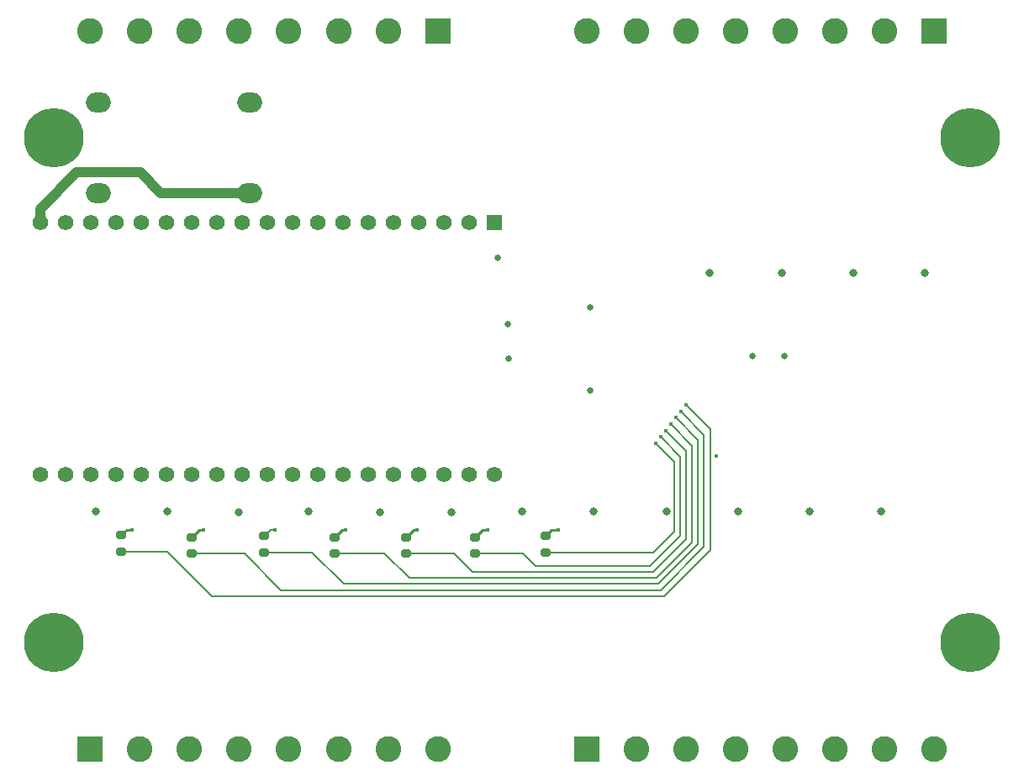
<source format=gbr>
%TF.GenerationSoftware,KiCad,Pcbnew,7.0.10*%
%TF.CreationDate,2024-02-03T19:37:43+01:00*%
%TF.ProjectId,led_stairs_controller,6c65645f-7374-4616-9972-735f636f6e74,V0.1*%
%TF.SameCoordinates,Original*%
%TF.FileFunction,Copper,L4,Bot*%
%TF.FilePolarity,Positive*%
%FSLAX46Y46*%
G04 Gerber Fmt 4.6, Leading zero omitted, Abs format (unit mm)*
G04 Created by KiCad (PCBNEW 7.0.10) date 2024-02-03 19:37:43*
%MOMM*%
%LPD*%
G01*
G04 APERTURE LIST*
G04 Aperture macros list*
%AMRoundRect*
0 Rectangle with rounded corners*
0 $1 Rounding radius*
0 $2 $3 $4 $5 $6 $7 $8 $9 X,Y pos of 4 corners*
0 Add a 4 corners polygon primitive as box body*
4,1,4,$2,$3,$4,$5,$6,$7,$8,$9,$2,$3,0*
0 Add four circle primitives for the rounded corners*
1,1,$1+$1,$2,$3*
1,1,$1+$1,$4,$5*
1,1,$1+$1,$6,$7*
1,1,$1+$1,$8,$9*
0 Add four rect primitives between the rounded corners*
20,1,$1+$1,$2,$3,$4,$5,0*
20,1,$1+$1,$4,$5,$6,$7,0*
20,1,$1+$1,$6,$7,$8,$9,0*
20,1,$1+$1,$8,$9,$2,$3,0*%
G04 Aperture macros list end*
%TA.AperFunction,ComponentPad*%
%ADD10R,1.560000X1.560000*%
%TD*%
%TA.AperFunction,ComponentPad*%
%ADD11C,1.560000*%
%TD*%
%TA.AperFunction,ComponentPad*%
%ADD12R,2.600000X2.600000*%
%TD*%
%TA.AperFunction,ComponentPad*%
%ADD13C,2.600000*%
%TD*%
%TA.AperFunction,ComponentPad*%
%ADD14C,6.000000*%
%TD*%
%TA.AperFunction,ComponentPad*%
%ADD15O,2.500000X2.000000*%
%TD*%
%TA.AperFunction,SMDPad,CuDef*%
%ADD16RoundRect,0.200000X0.275000X-0.200000X0.275000X0.200000X-0.275000X0.200000X-0.275000X-0.200000X0*%
%TD*%
%TA.AperFunction,ViaPad*%
%ADD17C,0.800000*%
%TD*%
%TA.AperFunction,ViaPad*%
%ADD18C,0.450000*%
%TD*%
%TA.AperFunction,ViaPad*%
%ADD19C,0.650000*%
%TD*%
%TA.AperFunction,Conductor*%
%ADD20C,1.000000*%
%TD*%
%TA.AperFunction,Conductor*%
%ADD21C,0.200000*%
%TD*%
%TA.AperFunction,Conductor*%
%ADD22C,0.250000*%
%TD*%
G04 APERTURE END LIST*
D10*
%TO.P,U2,1,3V3*%
%TO.N,+3.3V*%
X149360000Y-80437500D03*
D11*
%TO.P,U2,2,EN*%
%TO.N,Net-(U2-EN)*%
X146820000Y-80437500D03*
%TO.P,U2,3,VP*%
%TO.N,unconnected-(U2-VP-Pad3)*%
X144280000Y-80437500D03*
%TO.P,U2,4,VN*%
%TO.N,unconnected-(U2-VN-Pad4)*%
X141740000Y-80437500D03*
%TO.P,U2,5,34*%
%TO.N,unconnected-(U2-34-Pad5)*%
X139200000Y-80437500D03*
%TO.P,U2,6,35*%
%TO.N,unconnected-(U2-35-Pad6)*%
X136660000Y-80437500D03*
%TO.P,U2,7,32*%
%TO.N,unconnected-(U2-32-Pad7)*%
X134120000Y-80437500D03*
%TO.P,U2,8,33*%
%TO.N,unconnected-(U2-33-Pad8)*%
X131580000Y-80437500D03*
%TO.P,U2,9,25*%
%TO.N,unconnected-(U2-25-Pad9)*%
X129040000Y-80437500D03*
%TO.P,U2,10,26*%
%TO.N,unconnected-(U2-26-Pad10)*%
X126500000Y-80437500D03*
%TO.P,U2,11,27*%
%TO.N,unconnected-(U2-27-Pad11)*%
X123960000Y-80437500D03*
%TO.P,U2,12,14*%
%TO.N,unconnected-(U2-14-Pad12)*%
X121420000Y-80437500D03*
%TO.P,U2,13,12*%
%TO.N,unconnected-(U2-12-Pad13)*%
X118880000Y-80437500D03*
%TO.P,U2,14,GND*%
%TO.N,GND*%
X116340000Y-80437500D03*
%TO.P,U2,15,13*%
%TO.N,unconnected-(U2-13-Pad15)*%
X113800000Y-80437500D03*
%TO.P,U2,16,D2*%
%TO.N,unconnected-(U2-D2-Pad16)*%
X111260000Y-80437500D03*
%TO.P,U2,17,D3*%
%TO.N,unconnected-(U2-D3-Pad17)*%
X108720000Y-80437500D03*
%TO.P,U2,18,CMD*%
%TO.N,unconnected-(U2-CMD-Pad18)*%
X106180000Y-80437500D03*
%TO.P,U2,19,5V*%
%TO.N,+5V*%
X103640000Y-80437500D03*
%TO.P,U2,20,GND__1*%
%TO.N,GND*%
X149360000Y-105837500D03*
%TO.P,U2,21,23*%
%TO.N,unconnected-(U2-23-Pad21)*%
X146820000Y-105837500D03*
%TO.P,U2,22,22*%
%TO.N,/SCL_L*%
X144280000Y-105837500D03*
%TO.P,U2,23,TX*%
%TO.N,unconnected-(U2-TX-Pad23)*%
X141740000Y-105837500D03*
%TO.P,U2,24,RX*%
%TO.N,unconnected-(U2-RX-Pad24)*%
X139200000Y-105837500D03*
%TO.P,U2,25,21*%
%TO.N,/SDA_L*%
X136660000Y-105837500D03*
%TO.P,U2,26,GND__2*%
%TO.N,GND*%
X134120000Y-105837500D03*
%TO.P,U2,27,19*%
%TO.N,unconnected-(U2-19-Pad27)*%
X131580000Y-105837500D03*
%TO.P,U2,28,18*%
%TO.N,unconnected-(U2-18-Pad28)*%
X129040000Y-105837500D03*
%TO.P,U2,29,5*%
%TO.N,unconnected-(U2-5-Pad29)*%
X126500000Y-105837500D03*
%TO.P,U2,30,17*%
%TO.N,unconnected-(U2-17-Pad30)*%
X123960000Y-105837500D03*
%TO.P,U2,31,16*%
%TO.N,unconnected-(U2-16-Pad31)*%
X121420000Y-105837500D03*
%TO.P,U2,32,4*%
%TO.N,unconnected-(U2-4-Pad32)*%
X118880000Y-105837500D03*
%TO.P,U2,33,0*%
%TO.N,unconnected-(U2-0-Pad33)*%
X116340000Y-105837500D03*
%TO.P,U2,34,2*%
%TO.N,unconnected-(U2-2-Pad34)*%
X113800000Y-105837500D03*
%TO.P,U2,35,15*%
%TO.N,unconnected-(U2-15-Pad35)*%
X111260000Y-105837500D03*
%TO.P,U2,36,D1*%
%TO.N,unconnected-(U2-D1-Pad36)*%
X108720000Y-105837500D03*
%TO.P,U2,37,D0*%
%TO.N,unconnected-(U2-D0-Pad37)*%
X106180000Y-105837500D03*
%TO.P,U2,38,CLK*%
%TO.N,unconnected-(U2-CLK-Pad38)*%
X103640000Y-105837500D03*
%TD*%
D12*
%TO.P,MOD1,A1,A1*%
%TO.N,/LED1_OUT*%
X108675000Y-133580000D03*
D13*
%TO.P,MOD1,A2,A2*%
%TO.N,/LED2_OUT*%
X113675000Y-133580000D03*
%TO.P,MOD1,A3,A3*%
%TO.N,VBUS*%
X118675000Y-133580000D03*
%TO.P,MOD1,A4,A4*%
%TO.N,/LED3_OUT*%
X123675000Y-133580000D03*
%TO.P,MOD1,A5,A5*%
%TO.N,/LED4_OUT*%
X128675000Y-133580000D03*
%TO.P,MOD1,A6,A6*%
%TO.N,VBUS*%
X133675000Y-133580000D03*
%TO.P,MOD1,A7,A7*%
%TO.N,/LED5_OUT*%
X138675000Y-133580000D03*
%TO.P,MOD1,A8,A8*%
%TO.N,/LED6_OUT*%
X143675000Y-133580000D03*
D12*
%TO.P,MOD1,B1,B1*%
%TO.N,/LED7_OUT*%
X158675000Y-133580000D03*
D13*
%TO.P,MOD1,B2,B2*%
%TO.N,/LED8_OUT*%
X163675000Y-133580000D03*
%TO.P,MOD1,B3,B3*%
%TO.N,VBUS*%
X168675000Y-133580000D03*
%TO.P,MOD1,B4,B4*%
%TO.N,/LED9_OUT*%
X173675000Y-133580000D03*
%TO.P,MOD1,B5,B5*%
%TO.N,/LED10_OUT*%
X178675000Y-133580000D03*
%TO.P,MOD1,B6,B6*%
%TO.N,VBUS*%
X183675000Y-133580000D03*
%TO.P,MOD1,B7,B7*%
%TO.N,/LED11_OUT*%
X188675000Y-133580000D03*
%TO.P,MOD1,B8,B8*%
%TO.N,/LED12_OUT*%
X193675000Y-133580000D03*
D12*
%TO.P,MOD1,C1,C1*%
%TO.N,/LED13_OUT*%
X193675000Y-61160000D03*
D13*
%TO.P,MOD1,C2,C2*%
%TO.N,/LED14_OUT*%
X188675000Y-61160000D03*
%TO.P,MOD1,C3,C3*%
%TO.N,VBUS*%
X183675000Y-61160000D03*
%TO.P,MOD1,C4,C4*%
%TO.N,/LED15_OUT*%
X178675000Y-61160000D03*
%TO.P,MOD1,C5,C5*%
%TO.N,/LED16_OUT*%
X173675000Y-61160000D03*
%TO.P,MOD1,C6,C6*%
%TO.N,VBUS*%
X168675000Y-61160000D03*
%TO.P,MOD1,C7,C7*%
%TO.N,/LED17_OUT*%
X163675000Y-61160000D03*
%TO.P,MOD1,C8,C8*%
%TO.N,/LED18_OUT*%
X158675000Y-61160000D03*
D12*
%TO.P,MOD1,D1,D1*%
%TO.N,GND*%
X143675000Y-61160000D03*
D13*
%TO.P,MOD1,D2,D2*%
%TO.N,unconnected-(MOD1-PadD2)*%
X138675000Y-61160000D03*
%TO.P,MOD1,D3,D3*%
%TO.N,VBUS*%
X133675000Y-61160000D03*
%TO.P,MOD1,D4,D4*%
%TO.N,GND*%
X128675000Y-61160000D03*
%TO.P,MOD1,D5,D5*%
%TO.N,unconnected-(MOD1-PadD5)*%
X123675000Y-61160000D03*
%TO.P,MOD1,D6,D6*%
%TO.N,VBUS*%
X118675000Y-61160000D03*
%TO.P,MOD1,D7,D7*%
%TO.N,GND*%
X113675000Y-61160000D03*
%TO.P,MOD1,D8,D8*%
%TO.N,VBUS*%
X108675000Y-61160000D03*
D14*
%TO.P,MOD1,MH1*%
%TO.N,N/C*%
X105050000Y-71900000D03*
%TO.P,MOD1,MH2*%
X197300000Y-71900000D03*
%TO.P,MOD1,MH3*%
X105050000Y-122800000D03*
%TO.P,MOD1,MH4*%
X197300000Y-122800000D03*
%TD*%
D15*
%TO.P,U4,1,IN-*%
%TO.N,GND*%
X109480000Y-68330000D03*
%TO.P,U4,2,IN+*%
%TO.N,VBUS*%
X109480000Y-77470000D03*
%TO.P,U4,3,OUT-*%
%TO.N,GND*%
X124720000Y-68330000D03*
%TO.P,U4,4,OUT+*%
%TO.N,+5V*%
X124720000Y-77470000D03*
%TD*%
D16*
%TO.P,R1,1*%
%TO.N,/LED1*%
X111800000Y-113625000D03*
%TO.P,R1,2*%
%TO.N,Net-(Q1-G)*%
X111800000Y-111975000D03*
%TD*%
%TO.P,R7,1*%
%TO.N,/LED7*%
X154500000Y-113725000D03*
%TO.P,R7,2*%
%TO.N,Net-(Q7-G)*%
X154500000Y-112075000D03*
%TD*%
%TO.P,R3,1*%
%TO.N,/LED3*%
X126200000Y-113725000D03*
%TO.P,R3,2*%
%TO.N,Net-(Q3-G)*%
X126200000Y-112075000D03*
%TD*%
%TO.P,R4,1*%
%TO.N,/LED4*%
X133300000Y-113825000D03*
%TO.P,R4,2*%
%TO.N,Net-(Q4-G)*%
X133300000Y-112175000D03*
%TD*%
%TO.P,R5,1*%
%TO.N,/LED5*%
X140500000Y-113825000D03*
%TO.P,R5,2*%
%TO.N,Net-(Q5-G)*%
X140500000Y-112175000D03*
%TD*%
%TO.P,R6,1*%
%TO.N,/LED6*%
X147400000Y-113825000D03*
%TO.P,R6,2*%
%TO.N,Net-(Q6-G)*%
X147400000Y-112175000D03*
%TD*%
%TO.P,R2,1*%
%TO.N,/LED2*%
X118900000Y-113825000D03*
%TO.P,R2,2*%
%TO.N,Net-(Q2-G)*%
X118900000Y-112175000D03*
%TD*%
D17*
%TO.N,GND*%
X159400000Y-109600000D03*
X123600000Y-109700000D03*
D18*
X171742500Y-104000000D03*
D17*
X178320000Y-85500000D03*
X188300000Y-109600000D03*
X181100000Y-109600000D03*
X137900000Y-109700000D03*
X173900000Y-109600000D03*
X152200000Y-109600000D03*
X116400000Y-109600000D03*
D19*
X178600000Y-93900000D03*
D17*
X109220000Y-109600000D03*
X185520000Y-85500000D03*
X192720000Y-85500000D03*
X130700000Y-109600000D03*
X166700000Y-109600000D03*
X171020000Y-85500000D03*
X145100000Y-109700000D03*
D19*
%TO.N,+5V*%
X159000000Y-97400000D03*
X175400000Y-93900000D03*
X159000000Y-89000000D03*
D18*
%TO.N,/LED1*%
X168642500Y-98825000D03*
%TO.N,/LED7*%
X165642500Y-102725000D03*
%TO.N,/LED6*%
X166142500Y-102075000D03*
%TO.N,/LED5*%
X166642500Y-101425000D03*
%TO.N,/LED4*%
X167142500Y-100775000D03*
%TO.N,/LED3*%
X167642500Y-100125000D03*
%TO.N,/LED2*%
X168142500Y-99475000D03*
%TO.N,Net-(Q1-G)*%
X112900000Y-111400000D03*
%TO.N,Net-(Q2-G)*%
X120100000Y-111400000D03*
%TO.N,Net-(Q3-G)*%
X127300000Y-111400000D03*
%TO.N,Net-(Q4-G)*%
X134400000Y-111400000D03*
%TO.N,Net-(Q5-G)*%
X141600000Y-111400000D03*
%TO.N,Net-(Q6-G)*%
X148700000Y-111400000D03*
%TO.N,Net-(Q7-G)*%
X155800000Y-111400000D03*
D19*
%TO.N,+3.3V*%
X150700000Y-90700000D03*
X150800000Y-94200000D03*
X149700000Y-84000000D03*
%TD*%
D20*
%TO.N,+5V*%
X113700000Y-75400000D02*
X115770000Y-77470000D01*
X115770000Y-77470000D02*
X124720000Y-77470000D01*
X107300000Y-75400000D02*
X113700000Y-75400000D01*
X103640000Y-80437500D02*
X103640000Y-79060000D01*
X103640000Y-79060000D02*
X107300000Y-75400000D01*
D21*
%TO.N,/LED1*%
X166500000Y-118100000D02*
X120900000Y-118100000D01*
X120900000Y-118100000D02*
X116425000Y-113625000D01*
X171100000Y-101282500D02*
X171100000Y-113500000D01*
X116425000Y-113625000D02*
X111800000Y-113625000D01*
X168642500Y-98825000D02*
X171100000Y-101282500D01*
X171100000Y-113500000D02*
X166500000Y-118100000D01*
%TO.N,/LED7*%
X167500000Y-104582500D02*
X165642500Y-102725000D01*
X165375000Y-113725000D02*
X167500000Y-111600000D01*
X167500000Y-111600000D02*
X167500000Y-104582500D01*
X154500000Y-113725000D02*
X165375000Y-113725000D01*
%TO.N,/LED6*%
X152225000Y-113825000D02*
X153500000Y-115100000D01*
X153500000Y-115100000D02*
X165000000Y-115100000D01*
X168100000Y-104032500D02*
X166142500Y-102075000D01*
X147400000Y-113825000D02*
X152225000Y-113825000D01*
X168100000Y-112000000D02*
X168100000Y-104032500D01*
X165000000Y-115100000D02*
X168100000Y-112000000D01*
%TO.N,/LED5*%
X165400000Y-115700000D02*
X168700000Y-112400000D01*
X145325000Y-113825000D02*
X147200000Y-115700000D01*
X168700000Y-112400000D02*
X168700000Y-103482500D01*
X140500000Y-113825000D02*
X145325000Y-113825000D01*
X147200000Y-115700000D02*
X165400000Y-115700000D01*
X168700000Y-103482500D02*
X166642500Y-101425000D01*
%TO.N,/LED4*%
X169300000Y-102932500D02*
X167142500Y-100775000D01*
X165700000Y-116300000D02*
X169300000Y-112700000D01*
X169300000Y-112700000D02*
X169300000Y-102932500D01*
X133300000Y-113825000D02*
X138325000Y-113825000D01*
X138325000Y-113825000D02*
X140800000Y-116300000D01*
X140800000Y-116300000D02*
X165700000Y-116300000D01*
%TO.N,/LED3*%
X169900000Y-112900000D02*
X169900000Y-102382500D01*
X165900000Y-116900000D02*
X169900000Y-112900000D01*
X134200000Y-116900000D02*
X165900000Y-116900000D01*
X126200000Y-113725000D02*
X131025000Y-113725000D01*
X169900000Y-102382500D02*
X167642500Y-100125000D01*
X131025000Y-113725000D02*
X134200000Y-116900000D01*
%TO.N,/LED2*%
X170500000Y-101832500D02*
X168142500Y-99475000D01*
X170500000Y-113100000D02*
X170500000Y-101832500D01*
X124225000Y-113825000D02*
X127900000Y-117500000D01*
X118900000Y-113825000D02*
X124225000Y-113825000D01*
X127900000Y-117500000D02*
X166100000Y-117500000D01*
X166100000Y-117500000D02*
X170500000Y-113100000D01*
D22*
%TO.N,Net-(Q1-G)*%
X112375000Y-111400000D02*
X111800000Y-111975000D01*
X112900000Y-111400000D02*
X112375000Y-111400000D01*
%TO.N,Net-(Q2-G)*%
X120100000Y-111400000D02*
X119675000Y-111400000D01*
X119675000Y-111400000D02*
X118900000Y-112175000D01*
D21*
%TO.N,Net-(Q3-G)*%
X126875000Y-111400000D02*
X127300000Y-111400000D01*
X126200000Y-112075000D02*
X126875000Y-111400000D01*
D22*
%TO.N,Net-(Q4-G)*%
X134075000Y-111400000D02*
X133300000Y-112175000D01*
X134400000Y-111400000D02*
X134075000Y-111400000D01*
%TO.N,Net-(Q5-G)*%
X141600000Y-111400000D02*
X141275000Y-111400000D01*
X141275000Y-111400000D02*
X140500000Y-112175000D01*
%TO.N,Net-(Q6-G)*%
X148700000Y-111400000D02*
X148175000Y-111400000D01*
X148175000Y-111400000D02*
X147400000Y-112175000D01*
%TO.N,Net-(Q7-G)*%
X155175000Y-111400000D02*
X154500000Y-112075000D01*
X155800000Y-111400000D02*
X155175000Y-111400000D01*
%TD*%
M02*

</source>
